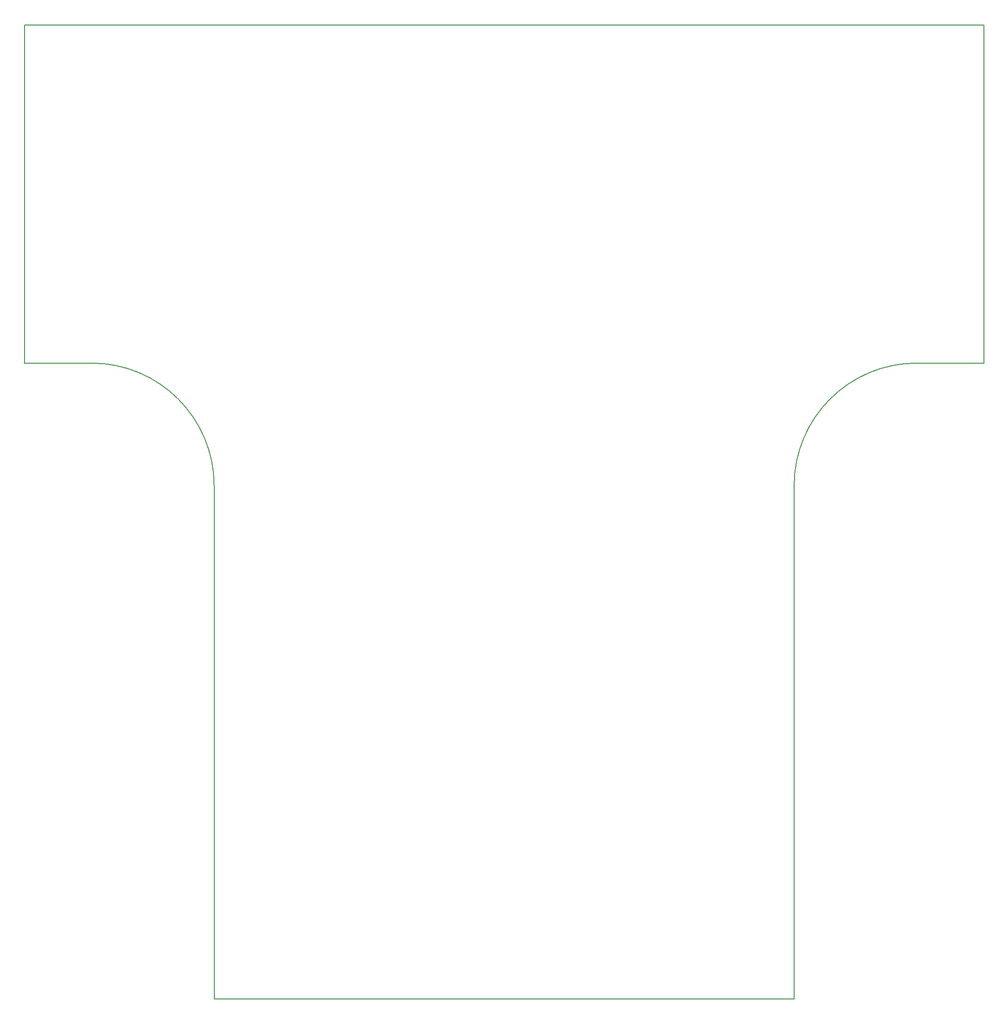
<source format=gm1>
G04*
G04 #@! TF.GenerationSoftware,Altium Limited,Altium Designer,18.1.7 (191)*
G04*
G04 Layer_Color=16711935*
%FSLAX44Y44*%
%MOMM*%
G71*
G01*
G75*
%ADD10C,0.2000*%
D10*
X380000Y927600D02*
G03*
X160000Y1147600I-220000J0D01*
G01*
X1640000D02*
G03*
X1420000Y927600I0J-220000D01*
G01*
X40000Y1147600D02*
X160000D01*
X40000D02*
Y1753600D01*
X1760000D01*
Y1147600D02*
Y1753600D01*
X1640000Y1147600D02*
X1760000D01*
X1420000Y7600D02*
Y927600D01*
X380000Y7600D02*
X1420000D01*
X380000D02*
Y927600D01*
M02*

</source>
